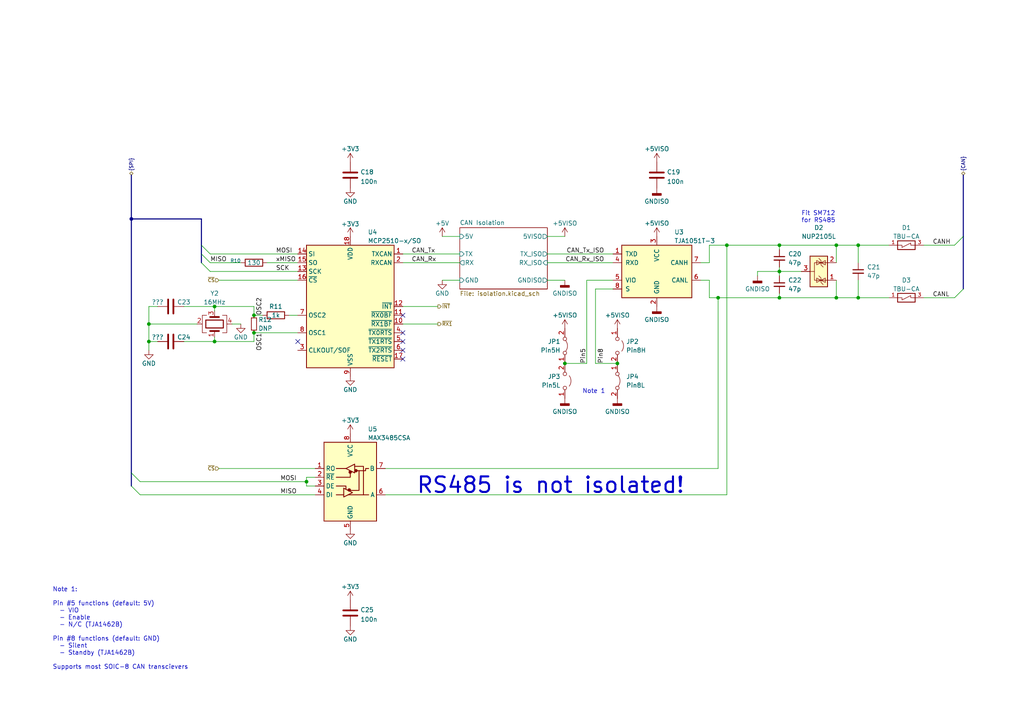
<source format=kicad_sch>
(kicad_sch (version 20211123) (generator eeschema)
  (paper "A4")
  (title_block (title "[canbrd] CAN/RS485 IO board") (date "2022-05-22") (rev "2.1"))
  (lib_symbols
    (symbol "Device:C" (pin_numbers hide) (pin_names (offset 0.254))
      (property "Reference" "C" (at 0.635 2.54 0))
      (property "Value" "C" (at 0.635 -2.54 0))
      (symbol "C_0_1"
        (polyline (pts (xy -2.032 -0.762) (xy 2.032 -0.762)) (stroke (width 0.508)))
        (polyline (pts (xy -2.032 0.762) (xy 2.032 0.762)) (stroke (width 0.508)))
      )
      (symbol "C_1_1"
        (pin passive line (at 0 3.81 270) (length 2.794) (name "~") (number "1"))
        (pin passive line (at 0 -3.81 90) (length 2.794) (name "~") (number "2"))
      )
    )
    (symbol "Device:C_Small" (pin_numbers hide) (pin_names (offset 0.254) hide)
      (property "Reference" "C" (at 0.254 1.778 0))
      (property "Value" "C_Small" (at 0.254 -2.032 0))
      (symbol "C_Small_0_1"
        (polyline (pts (xy -1.524 -0.508) (xy 1.524 -0.508)) (stroke (width 0.3302)))
        (polyline (pts (xy -1.524 0.508) (xy 1.524 0.508)) (stroke (width 0.3048)))
      )
      (symbol "C_Small_1_1"
        (pin passive line (at 0 2.54 270) (length 2.032) (name "~") (number "1"))
        (pin passive line (at 0 -2.54 90) (length 2.032) (name "~") (number "2"))
      )
    )
    (symbol "Device:Crystal_GND24" (pin_names (offset 1.016) hide)
      (property "Reference" "Y" (at 3.175 5.08 0))
      (property "Value" "Crystal_GND24" (at 3.175 3.175 0))
      (symbol "Crystal_GND24_0_1"
        (rectangle (start -1.143 2.54) (end 1.143 -2.54) (stroke (width 0.3048)))
        (polyline (pts (xy -2.54 0) (xy -2.032 0)))
        (polyline (pts (xy -2.032 -1.27) (xy -2.032 1.27)) (stroke (width 0.508)))
        (polyline (pts (xy 0 -3.81) (xy 0 -3.556)))
        (polyline (pts (xy 0 3.556) (xy 0 3.81)))
        (polyline (pts (xy 2.032 -1.27) (xy 2.032 1.27)) (stroke (width 0.508)))
        (polyline (pts (xy 2.032 0) (xy 2.54 0)))
        (polyline (pts (xy -2.54 -2.286) (xy -2.54 -3.556) (xy 2.54 -3.556) (xy 2.54 -2.286)))
        (polyline (pts (xy -2.54 2.286) (xy -2.54 3.556) (xy 2.54 3.556) (xy 2.54 2.286)))
      )
      (symbol "Crystal_GND24_1_1"
        (pin passive line (at -3.81 0 0) (length 1.27) (name "1") (number "1"))
        (pin passive line (at 0 5.08 270) (length 1.27) (name "2") (number "2"))
        (pin passive line (at 3.81 0 180) (length 1.27) (name "3") (number "3"))
        (pin passive line (at 0 -5.08 90) (length 1.27) (name "4") (number "4"))
      )
    )
    (symbol "Device:R" (pin_numbers hide) (pin_names (offset 0))
      (property "Reference" "R" (at 2.032 0 90))
      (property "Value" "R" (at 0 0 90))
      (symbol "R_0_1"
        (rectangle (start -1.016 -2.54) (end 1.016 2.54) (stroke (width 0.254)))
      )
      (symbol "R_1_1"
        (pin passive line (at 0 3.81 270) (length 1.27) (name "~") (number "1"))
        (pin passive line (at 0 -3.81 90) (length 1.27) (name "~") (number "2"))
      )
    )
    (symbol "Device:R_Small" (pin_numbers hide) (pin_names (offset 0.254) hide)
      (property "Reference" "R" (at 0.762 0.508 0))
      (property "Value" "R_Small" (at 0.762 -1.016 0))
      (symbol "R_Small_0_1"
        (rectangle (start -0.762 1.778) (end 0.762 -1.778) (stroke (width 0.2032)))
      )
      (symbol "R_Small_1_1"
        (pin passive line (at 0 2.54 270) (length 0.762) (name "~") (number "1"))
        (pin passive line (at 0 -2.54 90) (length 0.762) (name "~") (number "2"))
      )
    )
    (symbol "Interface_CAN_LIN:TJA1051T-3" (pin_names (offset 1.016))
      (property "Reference" "U" (at -10.16 8.89 0))
      (property "Value" "TJA1051T-3" (at 1.27 8.89 0))
      (symbol "TJA1051T-3_0_1"
        (rectangle (start -10.16 7.62) (end 10.16 -7.62) (stroke (width 0.254)) (fill (type background)))
      )
      (symbol "TJA1051T-3_1_1"
        (pin input line (at -12.7 5.08 0) (length 2.54) (name "TXD") (number "1"))
        (pin power_in line (at 0 -10.16 90) (length 2.54) (name "GND") (number "2"))
        (pin power_in line (at 0 10.16 270) (length 2.54) (name "VCC") (number "3"))
        (pin output line (at -12.7 2.54 0) (length 2.54) (name "RXD") (number "4"))
        (pin power_in line (at -12.7 -2.54 0) (length 2.54) (name "VIO") (number "5"))
        (pin bidirectional line (at 12.7 -2.54 180) (length 2.54) (name "CANL") (number "6"))
        (pin bidirectional line (at 12.7 2.54 180) (length 2.54) (name "CANH") (number "7"))
        (pin input line (at -12.7 -5.08 0) (length 2.54) (name "S") (number "8"))
      )
    )
    (symbol "Interface_UART:MAX3485"
      (property "Reference" "U" (at -6.096 11.43 0))
      (property "Value" "MAX3485" (at 0.762 11.43 0))
      (symbol "MAX3485_0_1"
        (rectangle (start -7.62 10.16) (end 7.62 -12.7) (stroke (width 0.254)) (fill (type background)))
        (circle (center -0.3048 -3.683) (radius 0.3556) (stroke (width 0.254)) (fill (type outline)))
        (circle (center -0.0254 1.4986) (radius 0.3556) (stroke (width 0.254)) (fill (type outline)))
        (polyline (pts (xy -4.064 -5.08) (xy -1.905 -5.08)) (stroke (width 0.254)))
        (polyline (pts (xy -4.064 2.54) (xy -1.27 2.54)) (stroke (width 0.254)))
        (polyline (pts (xy -1.27 -3.2004) (xy -1.27 -3.4544)) (stroke (width 0.254)))
        (polyline (pts (xy -0.635 -5.08) (xy 5.334 -5.08)) (stroke (width 0.254)))
        (polyline (pts (xy -4.064 -2.54) (xy -1.27 -2.54) (xy -1.27 -3.175)) (stroke (width 0.254)))
        (polyline (pts (xy 0 1.27) (xy 0 0) (xy -4.064 0)) (stroke (width 0.254)))
        (polyline (pts (xy 1.27 3.175) (xy 3.81 3.175) (xy 3.81 -5.08)) (stroke (width 0.254)))
        (polyline (pts (xy 2.54 1.905) (xy 2.54 -3.81) (xy 0 -3.81)) (stroke (width 0.254)))
        (polyline (pts (xy -1.905 -3.175) (xy -1.905 -5.715) (xy 0.635 -4.445) (xy -1.905 -3.175)) (stroke (width 0.254)))
        (polyline (pts (xy -1.27 2.54) (xy 1.27 3.81) (xy 1.27 1.27) (xy -1.27 2.54)) (stroke (width 0.254)))
        (polyline (pts (xy 1.905 1.905) (xy 4.445 1.905) (xy 4.445 2.54) (xy 5.334 2.54)) (stroke (width 0.254)))
        (rectangle (start 1.27 3.175) (end 1.27 3.175))
        (circle (center 1.651 1.905) (radius 0.3556) (stroke (width 0.254)) (fill (type outline)))
      )
      (symbol "MAX3485_1_1"
        (pin output line (at -10.16 2.54 0) (length 2.54) (name "RO") (number "1"))
        (pin input line (at -10.16 0 0) (length 2.54) (name "~{RE}") (number "2"))
        (pin input line (at -10.16 -2.54 0) (length 2.54) (name "DE") (number "3"))
        (pin input line (at -10.16 -5.08 0) (length 2.54) (name "DI") (number "4"))
        (pin power_in line (at 0 -15.24 90) (length 2.54) (name "GND") (number "5"))
        (pin bidirectional line (at 10.16 -5.08 180) (length 2.54) (name "A") (number "6"))
        (pin bidirectional line (at 10.16 2.54 180) (length 2.54) (name "B") (number "7"))
        (pin power_in line (at 0 12.7 270) (length 2.54) (name "VCC") (number "8"))
      )
    )
    (symbol "Jumper:Jumper_2_Bridged" (pin_names (offset 0) hide)
      (property "Reference" "JP" (at 0 1.905 0))
      (property "Value" "Jumper_2_Bridged" (at 0 -2.54 0))
      (symbol "Jumper_2_Bridged_0_0"
        (circle (center -2.032 0) (radius 0.508))
        (circle (center 2.032 0) (radius 0.508))
      )
      (symbol "Jumper_2_Bridged_0_1"
        (arc (start 1.524 0.254) (mid 0 0.762) (end -1.524 0.254))
      )
      (symbol "Jumper_2_Bridged_1_1"
        (pin passive line (at -5.08 0 0) (length 2.54) (name "A") (number "1"))
        (pin passive line (at 5.08 0 180) (length 2.54) (name "B") (number "2"))
      )
    )
    (symbol "Jumper:Jumper_2_Open" (pin_names (offset 0) hide)
      (property "Reference" "JP" (at 0 2.794 0))
      (property "Value" "Jumper_2_Open" (at 0 -2.286 0))
      (symbol "Jumper_2_Open_0_0"
        (circle (center -2.032 0) (radius 0.508))
        (circle (center 2.032 0) (radius 0.508))
      )
      (symbol "Jumper_2_Open_0_1"
        (arc (start 1.524 1.27) (mid 0 1.778) (end -1.524 1.27))
      )
      (symbol "Jumper_2_Open_1_1"
        (pin passive line (at -5.08 0 0) (length 2.54) (name "A") (number "1"))
        (pin passive line (at 5.08 0 180) (length 2.54) (name "B") (number "2"))
      )
    )
    (symbol "MCP2510:MCP2510-x{slash}SO"
      (property "Reference" "U4" (at 5.08 21.59 0))
      (property "Value" "MCP2510-x/SO" (at 5.08 19.05 0))
      (symbol "MCP2510-x{slash}SO_0_1"
        (rectangle (start -12.7 17.78) (end 12.7 -17.78) (stroke (width 0.254)) (fill (type background)))
      )
      (symbol "MCP2510-x{slash}SO_1_1"
        (pin output line (at 15.24 15.24 180) (length 2.54) (name "TXCAN") (number "1"))
        (pin output line (at 15.24 -5.08 180) (length 2.54) (name "~{RX1BF}") (number "10"))
        (pin output line (at 15.24 -2.54 180) (length 2.54) (name "~{RX0BF}") (number "11"))
        (pin output line (at 15.24 0 180) (length 2.54) (name "~{INT}") (number "12"))
        (pin input line (at -15.24 10.16 0) (length 2.54) (name "SCK") (number "13"))
        (pin input line (at -15.24 15.24 0) (length 2.54) (name "SI") (number "14"))
        (pin output line (at -15.24 12.7 0) (length 2.54) (name "SO") (number "15"))
        (pin input line (at -15.24 7.62 0) (length 2.54) (name "~{CS}") (number "16"))
        (pin input line (at 15.24 -15.24 180) (length 2.54) (name "~{RESET}") (number "17"))
        (pin power_in line (at 0 20.32 270) (length 2.54) (name "VDD") (number "18"))
        (pin input line (at 15.24 12.7 180) (length 2.54) (name "RXCAN") (number "2"))
        (pin output line (at -15.24 -12.7 0) (length 2.54) (name "CLKOUT/SOF") (number "3"))
        (pin input line (at 15.24 -7.62 180) (length 2.54) (name "~{TX0RTS}") (number "4"))
        (pin input line (at 15.24 -10.16 180) (length 2.54) (name "~{TX1RTS}") (number "5"))
        (pin input line (at 15.24 -12.7 180) (length 2.54) (name "~{TX2RTS}") (number "6"))
        (pin output line (at -15.24 -2.54 0) (length 2.54) (name "OSC2") (number "7"))
        (pin input line (at -15.24 -7.62 0) (length 2.54) (name "OSC1") (number "8"))
        (pin power_in line (at 0 -20.32 90) (length 2.54) (name "VSS") (number "9"))
      )
    )
    (symbol "Power_Protection:NUP2105L" (pin_names hide)
      (property "Reference" "D" (at 5.715 2.54 0))
      (property "Value" "NUP2105L" (at 5.715 0.635 0))
      (symbol "NUP2105L_0_0"
        (pin passive line (at 0 -5.08 90) (length 2.54) (name "A") (number "3"))
      )
      (symbol "NUP2105L_0_1"
        (rectangle (start -4.445 2.54) (end 4.445 -2.54) (stroke (width 0.254)) (fill (type background)))
        (polyline (pts (xy -2.54 2.54) (xy -2.54 0.635)))
        (polyline (pts (xy 0 -1.27) (xy 0 -2.54)))
        (polyline (pts (xy 2.54 2.54) (xy 2.54 0.635)))
        (polyline (pts (xy -3.81 1.27) (xy -3.175 0.635) (xy -1.905 0.635) (xy -1.27 0)))
        (polyline (pts (xy -2.54 0.635) (xy -2.54 -1.27) (xy 2.54 -1.27) (xy 2.54 0.635)))
        (polyline (pts (xy -2.54 0.635) (xy -1.905 -0.635) (xy -3.175 -0.635) (xy -2.54 0.635)))
        (polyline (pts (xy 2.54 0.635) (xy 1.905 -0.635) (xy 3.175 -0.635) (xy 2.54 0.635)))
        (polyline (pts (xy 2.54 0.635) (xy 3.175 1.905) (xy 1.905 1.905) (xy 2.54 0.635)))
        (polyline (pts (xy -2.54 0.635) (xy -3.175 1.905) (xy -1.905 1.905) (xy -2.54 0.635) (xy -2.54 1.27)))
        (polyline (pts (xy 1.27 1.27) (xy 1.905 0.635) (xy 2.54 0.635) (xy 3.175 0.635) (xy 3.81 0)))
      )
      (symbol "NUP2105L_1_1"
        (pin passive line (at -2.54 5.08 270) (length 2.54) (name "K") (number "1"))
        (pin passive line (at 2.54 5.08 270) (length 2.54) (name "K") (number "2"))
      )
    )
    (symbol "TBU-CA065-200-WH:TBU-CA065-200-WH" (pin_names (offset 0) hide)
      (property "Reference" "D" (at -0.635 1.905 0))
      (property "Value" "TBU-CA065-200-WH" (at -10.16 -3.81 0))
      (symbol "TBU-CA065-200-WH_0_0"
        (pin bidirectional line (at -5.08 0 0) (length 2.54) (name "~") (number "1"))
        (pin bidirectional line (at 5.08 0 180) (length 2.54) (name "~") (number "3"))
      )
      (symbol "TBU-CA065-200-WH_1_1"
        (rectangle (start -2.54 1.27) (end 2.54 -1.27) (stroke (width 0.254)))
        (polyline (pts (xy -2.54 0) (xy -1.27 0) (xy -1.27 -0.635)))
        (polyline (pts (xy 2.54 0) (xy 1.27 0) (xy 1.27 0.635) (xy -1.27 -0.635)))
      )
    )
    (symbol "power:+3.3V" (power) (pin_names (offset 0))
      (property "Value" "+3.3V" (at 0 3.556 0))
      (symbol "+3.3V_0_1"
        (polyline (pts (xy -0.762 1.27) (xy 0 2.54)))
        (polyline (pts (xy 0 0) (xy 0 2.54)))
        (polyline (pts (xy 0 2.54) (xy 0.762 1.27)))
      )
      (symbol "+3.3V_1_1"
        (pin power_in line (at 0 0 90) (length 0) hide (name "+3V3") (number "1"))
      )
    )
    (symbol "power:+5V" (power) (pin_names (offset 0))
      (property "Value" "+5V" (at 0 3.556 0))
      (symbol "+5V_0_1"
        (polyline (pts (xy -0.762 1.27) (xy 0 2.54)))
        (polyline (pts (xy 0 0) (xy 0 2.54)))
        (polyline (pts (xy 0 2.54) (xy 0.762 1.27)))
      )
      (symbol "+5V_1_1"
        (pin power_in line (at 0 0 90) (length 0) hide (name "+5V") (number "1"))
      )
    )
    (symbol "power:GND" (power) (pin_names (offset 0))
      (property "Value" "GND" (at 0 -3.81 0))
      (symbol "GND_0_1"
        (polyline (pts (xy 0 0) (xy 0 -1.27) (xy 1.27 -1.27) (xy 0 -2.54) (xy -1.27 -1.27) (xy 0 -1.27)))
      )
      (symbol "GND_1_1"
        (pin power_in line (at 0 0 270) (length 0) hide (name "GND") (number "1"))
      )
    )
    (symbol "power_symbols:+5VISO" (power) (pin_names (offset 0))
      (property "Value" "+5VISO" (at 0 3.556 0))
      (symbol "+5VISO_0_1"
        (polyline (pts (xy -0.762 1.27) (xy 0 2.54)))
        (polyline (pts (xy 0 0) (xy 0 2.54)))
        (polyline (pts (xy 0 2.54) (xy 0.762 1.27)))
      )
      (symbol "+5VISO_1_1"
        (pin power_in line (at 0 0 90) (length 0) hide (name "+5VISO") (number "1"))
      )
    )
    (symbol "power_symbols:GNDISO" (power) (pin_names (offset 0))
      (property "Value" "GNDISO" (at 0 -3.175 0))
      (symbol "GNDISO_0_1"
        (rectangle (start -1.27 -1.524) (end 1.27 -2.032) (stroke (width 0.254)) (fill (type outline)))
        (polyline (pts (xy 0 0) (xy 0 -1.524)))
      )
      (symbol "GNDISO_1_1"
        (pin power_in line (at 0 0 270) (length 0) hide (name "GNDISO") (number "1"))
      )
    )
  )
  (junction (at 73.66 96.52))
  (junction (at 38.1 63.5))
  (junction (at 62.23 88.9))
  (junction (at 43.18 93.98))
  (junction (at 248.92 86.36))
  (junction (at 226.06 78.74))
  (junction (at 73.66 91.44))
  (junction (at 62.23 99.06))
  (junction (at 242.57 71.12))
  (junction (at 242.57 86.36))
  (junction (at 226.06 86.36))
  (junction (at 43.18 99.06))
  (junction (at 248.92 71.12))
  (junction (at 88.9 139.7))
  (junction (at 226.06 71.12))
  (junction (at 179.07 105.41))
  (junction (at 210.82 71.12))
  (junction (at 163.83 105.41))
  (junction (at 208.28 86.36))
  (no_connect (at 116.84 91.44))
  (no_connect (at 116.84 101.6))
  (no_connect (at 116.84 99.06))
  (no_connect (at 116.84 96.52))
  (no_connect (at 116.84 104.14))
  (no_connect (at 86.36 99.06))
  (bus_entry (at 38.1 137.16) (size 2.54 2.54))
  (bus_entry (at 279.4 83.82) (size -2.54 2.54))
  (bus_entry (at 58.42 71.12) (size 2.54 2.54))
  (bus_entry (at 38.1 140.97) (size 2.54 2.54))
  (bus_entry (at 279.4 68.58) (size -2.54 2.54))
  (bus_entry (at 58.42 76.2) (size 2.54 2.54))
  (bus_entry (at 58.42 73.66) (size 2.54 2.54))
  (wire (pts (xy 91.44 138.43) (xy 88.9 138.43)))
  (wire (pts (xy 242.57 81.28) (xy 242.57 86.36)))
  (wire (pts (xy 63.5 135.89) (xy 91.44 135.89)))
  (bus (pts (xy 279.4 68.58) (xy 279.4 50.8)))
  (wire (pts (xy 219.71 78.74) (xy 226.06 78.74)))
  (wire (pts (xy 177.8 76.2) (xy 158.75 76.2)))
  (bus (pts (xy 38.1 137.16) (xy 38.1 140.97)))
  (wire (pts (xy 203.2 81.28) (xy 205.74 81.28)))
  (bus (pts (xy 58.42 71.12) (xy 58.42 73.66)))
  (bus (pts (xy 58.42 73.66) (xy 58.42 76.2)))
  (bus (pts (xy 38.1 63.5) (xy 38.1 137.16)))
  (wire (pts (xy 62.23 88.9) (xy 62.23 90.17)))
  (wire (pts (xy 111.76 143.51) (xy 210.82 143.51)))
  (wire (pts (xy 177.8 83.82) (xy 172.72 83.82)))
  (bus (pts (xy 38.1 50.8) (xy 38.1 63.5)))
  (wire (pts (xy 163.83 81.28) (xy 158.75 81.28)))
  (wire (pts (xy 226.06 71.12) (xy 242.57 71.12)))
  (wire (pts (xy 60.96 73.66) (xy 86.36 73.66)))
  (wire (pts (xy 60.96 76.2) (xy 69.85 76.2)))
  (bus (pts (xy 38.1 63.5) (xy 58.42 63.5)))
  (wire (pts (xy 208.28 86.36) (xy 208.28 135.89)))
  (wire (pts (xy 88.9 140.97) (xy 91.44 140.97)))
  (wire (pts (xy 128.27 68.58) (xy 133.35 68.58)))
  (wire (pts (xy 67.31 93.98) (xy 69.85 93.98)))
  (wire (pts (xy 248.92 71.12) (xy 257.81 71.12)))
  (wire (pts (xy 116.84 88.9) (xy 127 88.9)))
  (wire (pts (xy 226.06 78.74) (xy 226.06 80.01)))
  (bus (pts (xy 279.4 68.58) (xy 279.4 83.82)))
  (wire (pts (xy 128.27 81.28) (xy 133.35 81.28)))
  (wire (pts (xy 242.57 86.36) (xy 248.92 86.36)))
  (wire (pts (xy 116.84 73.66) (xy 133.35 73.66)))
  (bus (pts (xy 58.42 63.5) (xy 58.42 71.12)))
  (wire (pts (xy 210.82 71.12) (xy 226.06 71.12)))
  (wire (pts (xy 163.83 105.41) (xy 170.18 105.41)))
  (wire (pts (xy 133.35 76.2) (xy 116.84 76.2)))
  (wire (pts (xy 205.74 71.12) (xy 205.74 76.2)))
  (wire (pts (xy 208.28 86.36) (xy 226.06 86.36)))
  (wire (pts (xy 88.9 139.7) (xy 88.9 140.97)))
  (wire (pts (xy 53.34 88.9) (xy 62.23 88.9)))
  (wire (pts (xy 43.18 93.98) (xy 43.18 99.06)))
  (wire (pts (xy 248.92 71.12) (xy 248.92 76.2)))
  (wire (pts (xy 73.66 99.06) (xy 73.66 96.52)))
  (wire (pts (xy 267.97 86.36) (xy 276.86 86.36)))
  (wire (pts (xy 177.8 73.66) (xy 158.75 73.66)))
  (wire (pts (xy 83.82 91.44) (xy 86.36 91.44)))
  (wire (pts (xy 226.06 86.36) (xy 242.57 86.36)))
  (wire (pts (xy 62.23 99.06) (xy 73.66 99.06)))
  (wire (pts (xy 267.97 71.12) (xy 276.86 71.12)))
  (wire (pts (xy 62.23 97.79) (xy 62.23 99.06)))
  (wire (pts (xy 210.82 71.12) (xy 210.82 143.51)))
  (wire (pts (xy 73.66 91.44) (xy 76.2 91.44)))
  (wire (pts (xy 170.18 81.28) (xy 170.18 105.41)))
  (wire (pts (xy 62.23 88.9) (xy 73.66 88.9)))
  (wire (pts (xy 77.47 76.2) (xy 86.36 76.2)))
  (wire (pts (xy 248.92 86.36) (xy 257.81 86.36)))
  (wire (pts (xy 219.71 80.01) (xy 219.71 78.74)))
  (wire (pts (xy 248.92 81.28) (xy 248.92 86.36)))
  (wire (pts (xy 203.2 76.2) (xy 205.74 76.2)))
  (wire (pts (xy 226.06 78.74) (xy 232.41 78.74)))
  (wire (pts (xy 242.57 71.12) (xy 248.92 71.12)))
  (wire (pts (xy 177.8 81.28) (xy 170.18 81.28)))
  (wire (pts (xy 45.72 88.9) (xy 43.18 88.9)))
  (wire (pts (xy 111.76 135.89) (xy 208.28 135.89)))
  (wire (pts (xy 226.06 71.12) (xy 226.06 72.39)))
  (wire (pts (xy 205.74 81.28) (xy 205.74 86.36)))
  (wire (pts (xy 43.18 99.06) (xy 43.18 101.6)))
  (wire (pts (xy 43.18 88.9) (xy 43.18 93.98)))
  (wire (pts (xy 40.64 139.7) (xy 88.9 139.7)))
  (wire (pts (xy 88.9 138.43) (xy 88.9 139.7)))
  (wire (pts (xy 116.84 93.98) (xy 127 93.98)))
  (wire (pts (xy 163.83 68.58) (xy 158.75 68.58)))
  (wire (pts (xy 43.18 99.06) (xy 45.72 99.06)))
  (wire (pts (xy 226.06 85.09) (xy 226.06 86.36)))
  (wire (pts (xy 208.28 86.36) (xy 205.74 86.36)))
  (wire (pts (xy 242.57 71.12) (xy 242.57 76.2)))
  (wire (pts (xy 205.74 71.12) (xy 210.82 71.12)))
  (wire (pts (xy 60.96 78.74) (xy 86.36 78.74)))
  (wire (pts (xy 226.06 77.47) (xy 226.06 78.74)))
  (wire (pts (xy 43.18 93.98) (xy 57.15 93.98)))
  (wire (pts (xy 63.5 81.28) (xy 86.36 81.28)))
  (wire (pts (xy 40.64 143.51) (xy 91.44 143.51)))
  (wire (pts (xy 172.72 105.41) (xy 179.07 105.41)))
  (wire (pts (xy 73.66 91.44) (xy 73.66 88.9)))
  (wire (pts (xy 53.34 99.06) (xy 62.23 99.06)))
  (wire (pts (xy 172.72 83.82) (xy 172.72 105.41)))
  (wire (pts (xy 73.66 96.52) (xy 86.36 96.52)))
  (text "RS485 is not isolated!" (at 120.65 143.51 0) (effects (font (size 4.5 4.5) (thickness 0.6) bold) (justify left bottom)))
  (text "Note 1:\n\nPin #5 functions (default: 5V)\n  - VIO\n  - Enable\n  - N/C (TJA1462B)\n\nPin #8 functions (default: GND)\n  - Silent\n  - Standby (TJA1462B)\n\nSupports most SOIC-8 CAN transcievers" (at 15.24 194.31 0) (effects (font (size 1.27 1.27)) (justify left bottom)))
  (text "Note 1" (at 168.91 114.3 0) (effects (font (size 1.27 1.27)) (justify left bottom)))
  (text "Fit SM712\nfor RS485" (at 232.41 64.77 0) (effects (font (size 1.27 1.27)) (justify left bottom)))
  (label "CAN_Tx" (at 119.38 73.66 0))
  (label "MISO" (at 60.96 76.2 0))
  (label "OSC2" (at 76.2 91.44 90))
  (label "xMISO" (at 80.01 76.2 0))
  (label "CAN_Rx" (at 119.38 76.2 0))
  (label "CANH" (at 270.51 71.12 0))
  (label "CAN_Tx_ISO" (at 175.26 73.66 180))
  (label "MOSI" (at 80.01 73.66 0))
  (label "MOSI" (at 81.28 139.7 0))
  (label "Pin5" (at 170.18 105.41 90))
  (label "CANL" (at 270.51 86.36 0))
  (label "OSC1" (at 76.2 96.52 270))
  (label "Pin8" (at 175.26 105.41 90))
  (label "CAN_Rx_ISO" (at 175.26 76.2 180))
  (label "MISO" (at 81.28 143.51 0))
  (label "SCK" (at 80.01 78.74 0))
  (hierarchical_label "{CAN}" (shape bidirectional) (at 279.4 50.8 90) (effects (font (size 1 1))))
  (hierarchical_label "~{CS}" (shape input) (at 63.5 81.28 180) (effects (font (size 1 1))))
  (hierarchical_label "{SPI}" (shape bidirectional) (at 38.1 50.8 90) (effects (font (size 1 1))))
  (hierarchical_label "~{CS}" (shape input) (at 63.5 135.89 180) (effects (font (size 1 1))))
  (hierarchical_label "~{INT}" (shape output) (at 127 88.9 0) (effects (font (size 1 1))))
  (hierarchical_label "~{RX1}" (shape output) (at 127 93.98 0) (effects (font (size 1 1))))
  (symbol (lib_id "power:+3.3V") (at 101.6 173.99 0) (unit 1)
    (property "Reference" "#PWR051" (effects hide))
    (property "Value" "+3.3V" (at 101.6 170.18 0))
  )
  (symbol (lib_id "power_symbols:+5VISO") (at 163.83 68.58 0) (unit 1)
    (property "Reference" "#PWR036" (effects hide))
    (property "Value" "+5VISO" (at 163.83 64.77 0))
  )
  (symbol (lib_id "power:GND") (at 101.6 153.67 0) (unit 1)
    (property "Reference" "#PWR050" (effects hide))
    (property "Value" "GND" (at 101.6 157.48 0))
  )
  (symbol (lib_id "power_symbols:GNDISO") (at 190.5 54.61 0) (unit 1)
    (property "Reference" "#PWR033" (effects hide))
    (property "Value" "GNDISO" (at 190.5 58.42 0))
  )
  (symbol (lib_id "power_symbols:GNDISO") (at 163.83 115.57 0) (unit 1)
    (property "Reference" "#PWR047" (effects hide))
    (property "Value" "GNDISO" (at 163.83 119.38 0))
  )
  (symbol (lib_id "Jumper:Jumper_2_Bridged") (at 163.83 100.33 270) (mirror x) (unit 1)
    (property "Reference" "JP1" (at 162.56 99.06 90) (effects (justify right)))
    (property "Value" "Pin5H" (at 162.56 101.6 90) (effects (justify right)))
    (property "Footprint" "Jumper:SolderJumper-2_P1.3mm_Bridged_Pad1.0x1.5mm" (effects hide))
  )
  (symbol (lib_id "power:+3.3V") (at 101.6 46.99 0) (unit 1)
    (property "Reference" "#PWR030" (effects hide))
    (property "Value" "+3.3V" (at 101.6 43.18 0))
  )
  (symbol (lib_id "Device:R_Small") (at 73.66 93.98 0) (unit 1)
    (property "Reference" "R12" (at 74.93 92.71 0) (effects (justify left)))
    (property "Value" "DNP" (at 74.93 95.25 0) (effects (justify left)))
    (property "Footprint" "Resistor_SMD:R_0603_1608Metric" (effects hide))
  )
  (symbol (lib_id "Device:C_Small") (at 226.06 74.93 0) (unit 1)
    (property "Reference" "C20" (at 228.6 73.66 0) (effects (justify left)))
    (property "Value" "47p" (at 228.6 76.2 0) (effects (justify left)))
    (property "Footprint" "Capacitor_SMD:C_0603_1608Metric" (effects hide))
  )
  (symbol (lib_id "Device:C") (at 101.6 177.8 0) (unit 1)
    (property "Reference" "C25" (at 104.521 176.8915 0) (effects (justify left)))
    (property "Value" "100n" (at 104.521 179.6666 0) (effects (justify left)))
    (property "Footprint" "Capacitor_SMD:C_0603_1608Metric" (effects hide))
  )
  (symbol (lib_id "power_symbols:GNDISO") (at 163.83 81.28 0) (unit 1)
    (property "Reference" "#PWR040" (effects hide))
    (property "Value" "GNDISO" (at 163.83 85.09 0))
  )
  (symbol (lib_id "TBU-CA065-200-WH:TBU-CA065-200-WH") (at 262.89 86.36 0) (unit 1)
    (property "Reference" "D3" (at 262.89 81.28 0))
    (property "Value" "TBU-CA" (at 262.89 83.82 0))
    (property "Footprint" "TBU-CA:DIOC650X400X100N" (effects hide))
  )
  (symbol (lib_id "Jumper:Jumper_2_Open") (at 179.07 100.33 270) (unit 1)
    (property "Reference" "JP2" (at 181.61 99.0599 90) (effects (justify left)))
    (property "Value" "Pin8H" (at 181.61 101.5999 90) (effects (justify left)))
    (property "Footprint" "Jumper:SolderJumper-2_P1.3mm_Open_TrianglePad1.0x1.5mm" (effects hide))
  )
  (symbol (lib_id "power:GND") (at 43.18 101.6 0) (unit 1)
    (property "Reference" "#PWR045" (effects hide))
    (property "Value" "GND" (at 43.18 105.41 0))
  )
  (symbol (lib_id "power_symbols:+5VISO") (at 190.5 68.58 0) (unit 1)
    (property "Reference" "#PWR037" (effects hide))
    (property "Value" "+5VISO" (at 190.5 64.77 0))
  )
  (symbol (lib_id "power:+5V") (at 128.27 68.58 0) (unit 1)
    (property "Reference" "#PWR035" (effects hide))
    (property "Value" "+5V" (at 128.27 64.77 0))
  )
  (symbol (lib_id "MCP2510:MCP2510-x{slash}SO") (at 101.6 88.9 0) (unit 1)
    (property "Reference" "U4" (at 106.68 67.31 0) (effects (justify left)))
    (property "Value" "MCP2510-x/SO" (at 106.68 69.85 0) (effects (justify left)))
    (property "Footprint" "Package_SO:SOIC-18W_7.5x11.6mm_P1.27mm" (effects hide))
    (property "Datasheet" "https://ww1.microchip.com/downloads/en/DeviceDoc/21291F.pdf" (effects hide))
  )
  (symbol (lib_id "TBU-CA065-200-WH:TBU-CA065-200-WH") (at 262.89 71.12 0) (unit 1)
    (property "Reference" "D1" (at 262.89 66.04 0))
    (property "Value" "TBU-CA" (at 262.89 68.58 0))
    (property "Footprint" "TBU-CA:DIOC650X400X100N" (effects hide))
  )
  (symbol (lib_id "power:GND") (at 101.6 181.61 0) (unit 1)
    (property "Reference" "#PWR052" (effects hide))
    (property "Value" "GND" (at 101.6 185.42 0))
  )
  (symbol (lib_id "power:GND") (at 128.27 81.28 0) (unit 1)
    (property "Reference" "#PWR039" (effects hide))
    (property "Value" "GND" (at 128.27 85.09 0))
  )
  (symbol (lib_id "Interface_UART:MAX3485") (at 101.6 138.43 0) (unit 1)
    (property "Reference" "U5" (at 106.68 124.46 0) (effects (justify left)))
    (property "Value" "MAX3485CSA" (at 106.68 127 0) (effects (justify left)))
    (property "Footprint" "Package_SO:SOIC-8_3.9x4.9mm_P1.27mm" (effects hide))
    (property "Datasheet" "https://datasheets.maximintegrated.com/en/ds/MAX3483-MAX3491.pdf" (effects hide))
  )
  (symbol (lib_id "Interface_CAN_LIN:TJA1051T-3") (at 190.5 78.74 0) (unit 1)
    (property "Reference" "U3" (at 195.58 67.31 0) (effects (justify left)))
    (property "Value" "TJA1051T-3" (at 195.58 69.85 0) (effects (justify left)))
    (property "Footprint" "Package_SO:SOIC-8_3.9x4.9mm_P1.27mm" (effects hide))
    (property "Datasheet" "http://www.nxp.com/documents/data_sheet/TJA1051.pdf" (effects hide))
  )
  (symbol (lib_id "power_symbols:+5VISO") (at 163.83 95.25 0) (unit 1)
    (property "Reference" "#PWR043" (effects hide))
    (property "Value" "+5VISO" (at 163.83 91.44 0))
  )
  (symbol (lib_id "power:+3.3V") (at 101.6 125.73 0) (unit 1)
    (property "Reference" "#PWR049" (effects hide))
    (property "Value" "+3.3V" (at 101.6 121.92 0))
  )
  (symbol (lib_id "Device:C") (at 190.5 50.8 0) (unit 1)
    (property "Reference" "C19" (at 193.421 49.8915 0) (effects (justify left)))
    (property "Value" "100n" (at 193.421 52.6666 0) (effects (justify left)))
    (property "Footprint" "Capacitor_SMD:C_0603_1608Metric" (effects hide))
  )
  (symbol (lib_id "Jumper:Jumper_2_Open") (at 163.83 110.49 270) (mirror x) (unit 1)
    (property "Reference" "JP3" (at 162.56 109.22 90) (effects (justify right)))
    (property "Value" "Pin5L" (at 162.56 111.76 90) (effects (justify right)))
    (property "Footprint" "Jumper:SolderJumper-2_P1.3mm_Open_TrianglePad1.0x1.5mm" (effects hide))
  )
  (symbol (lib_id "power_symbols:GNDISO") (at 179.07 115.57 0) (unit 1)
    (property "Reference" "#PWR048" (effects hide))
    (property "Value" "GNDISO" (at 179.07 119.38 0))
  )
  (symbol (lib_id "power_symbols:+5VISO") (at 190.5 46.99 0) (unit 1)
    (property "Reference" "#PWR031" (effects hide))
    (property "Value" "+5VISO" (at 190.5 43.18 0))
  )
  (symbol (lib_id "power:GND") (at 69.85 93.98 0) (unit 1)
    (property "Reference" "#PWR042" (effects hide))
    (property "Value" "GND" (at 69.85 97.79 0))
  )
  (symbol (lib_id "Device:C") (at 49.53 99.06 90) (unit 1)
    (property "Reference" "C24" (at 53.34 97.79 90))
    (property "Value" "???" (at 45.72 97.79 90))
    (property "Footprint" "Capacitor_SMD:C_0603_1608Metric" (effects hide))
  )
  (symbol (lib_id "power_symbols:GNDISO") (at 219.71 80.01 0) (unit 1)
    (property "Reference" "#PWR038" (effects hide))
    (property "Value" "GNDISO" (at 219.71 83.82 0))
  )
  (symbol (lib_id "power:GND") (at 101.6 54.61 0) (unit 1)
    (property "Reference" "#PWR032" (effects hide))
    (property "Value" "GND" (at 101.6 58.42 0))
  )
  (symbol (lib_id "Device:R") (at 80.01 91.44 90) (unit 1)
    (property "Reference" "R11" (at 80.01 88.9 90))
    (property "Value" "1k" (at 80.01 91.44 90))
    (property "Footprint" "Resistor_SMD:R_0603_1608Metric" (effects hide))
  )
  (symbol (lib_id "Jumper:Jumper_2_Bridged") (at 179.07 110.49 270) (unit 1)
    (property "Reference" "JP4" (at 181.61 109.2199 90) (effects (justify left)))
    (property "Value" "Pin8L" (at 181.61 111.7599 90) (effects (justify left)))
    (property "Footprint" "Jumper:SolderJumper-2_P1.3mm_Bridged_Pad1.0x1.5mm" (effects hide))
  )
  (symbol (lib_id "Power_Protection:NUP2105L") (at 237.49 78.74 270) (mirror x) (unit 1)
    (property "Reference" "D2" (at 237.49 66.04 90))
    (property "Value" "NUP2105L" (at 237.49 68.58 90))
    (property "Footprint" "Package_TO_SOT_SMD:SOT-23" (effects hide))
    (property "Datasheet" "http://www.onsemi.com/pub_link/Collateral/NUP2105L-D.PDF" (effects hide))
  )
  (symbol (lib_id "power_symbols:GNDISO") (at 190.5 88.9 0) (unit 1)
    (property "Reference" "#PWR041" (effects hide))
    (property "Value" "GNDISO" (at 190.5 92.71 0))
  )
  (symbol (lib_id "Device:C_Small") (at 248.92 78.74 0) (unit 1)
    (property "Reference" "C21" (at 251.46 77.47 0) (effects (justify left)))
    (property "Value" "47p" (at 251.46 80.01 0) (effects (justify left)))
    (property "Footprint" "Capacitor_SMD:C_0603_1608Metric" (effects hide))
  )
  (symbol (lib_id "power_symbols:+5VISO") (at 179.07 95.25 0) (unit 1)
    (property "Reference" "#PWR044" (effects hide))
    (property "Value" "+5VISO" (at 179.07 91.44 0))
  )
  (symbol (lib_id "Device:C_Small") (at 226.06 82.55 0) (unit 1)
    (property "Reference" "C22" (at 228.6 81.28 0) (effects (justify left)))
    (property "Value" "47p" (at 228.6 83.82 0) (effects (justify left)))
    (property "Footprint" "Capacitor_SMD:C_0603_1608Metric" (effects hide))
  )
  (symbol (lib_id "Device:C") (at 49.53 88.9 90) (mirror x) (unit 1)
    (property "Reference" "C23" (at 53.34 87.63 90))
    (property "Value" "???" (at 45.72 87.63 90))
    (property "Footprint" "Capacitor_SMD:C_0603_1608Metric" (effects hide))
  )
  (symbol (lib_id "power:GND") (at 101.6 109.22 0) (unit 1)
    (property "Reference" "#PWR046" (effects hide))
    (property "Value" "GND" (at 101.6 113.03 0))
  )
  (symbol (lib_id "Device:C") (at 101.6 50.8 0) (unit 1)
    (property "Reference" "C18" (at 104.521 49.8915 0) (effects (justify left)))
    (property "Value" "100n" (at 104.521 52.6666 0) (effects (justify left)))
    (property "Footprint" "Capacitor_SMD:C_0603_1608Metric" (effects hide))
  )
  (symbol (lib_id "power:+3.3V") (at 101.6 68.58 0) (unit 1)
    (property "Reference" "#PWR034" (effects hide))
    (property "Value" "+3.3V" (at 101.6 64.9755 0))
  )
  (symbol (lib_id "Device:R") (at 73.66 76.2 90) (unit 1)
    (property "Reference" "R10" (at 69.85 76.2 90) (effects (font (size 1 1)) (justify left top)))
    (property "Value" "130" (at 73.66 76.2 90))
    (property "Footprint" "Resistor_SMD:R_0603_1608Metric" (effects hide))
  )
  (symbol (lib_id "Device:Crystal_GND24") (at 62.23 93.98 90) (unit 1)
    (property "Reference" "Y2" (at 62.23 85.09 90))
    (property "Value" "16MHz" (at 62.23 87.63 90))
    (property "Footprint" "Crystal:Crystal_SMD_3225-4Pin_3.2x2.5mm" (effects hide))
  )
  (sheet (at 133.35 66.04) (size 25.4 17.78) (stroke (width 0.1524))
    (property "Sheet name" "CAN Isolation" (at 133.35 65.3284 0) (effects (justify left bottom)))
    (property "Sheet file" "isolation.kicad_sch" (at 133.35 84.4046 0) (effects (justify left top)))
    (pin "GNDISO" output (at 158.75 81.28 0))
    (pin "5VISO" output (at 158.75 68.58 0))
    (pin "TX_ISO" output (at 158.75 73.66 0))
    (pin "5V" input (at 133.35 68.58 180))
    (pin "GND" input (at 133.35 81.28 180))
    (pin "TX" input (at 133.35 73.66 180))
    (pin "RX" output (at 133.35 76.2 180))
    (pin "RX_ISO" input (at 158.75 76.2 0))
  )
)
</source>
